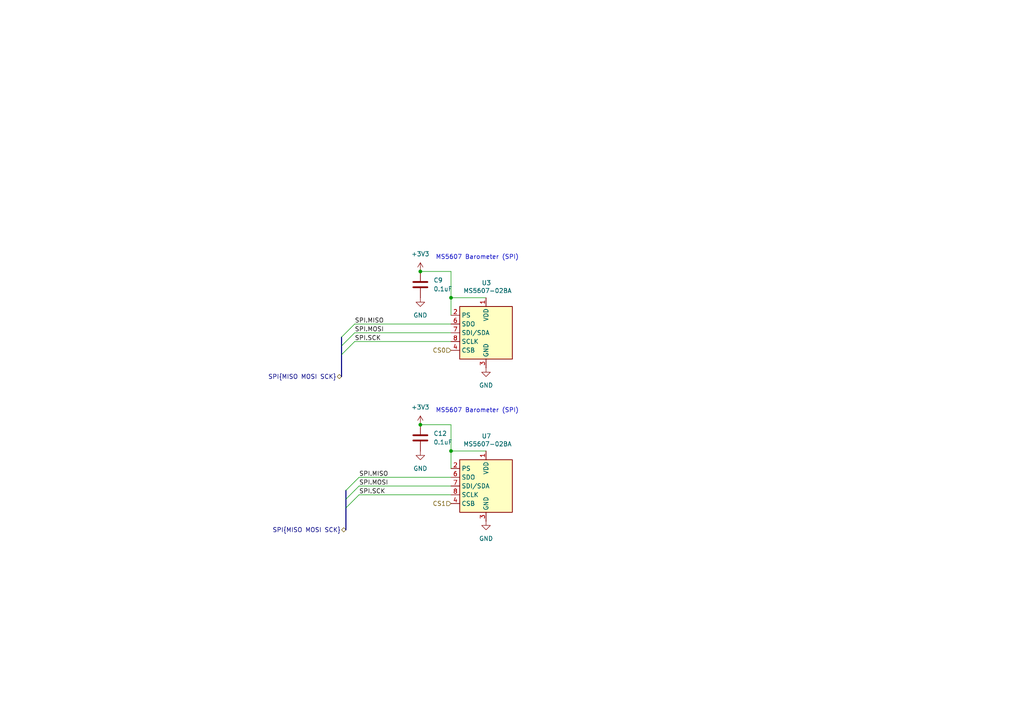
<source format=kicad_sch>
(kicad_sch (version 20250114) (generator "eeschema") (generator_version "9.0")
  (paper "A4")
  (lib_symbols
    (symbol "Device:C" (pin_numbers (hide yes)) (pin_names (offset 0.254))
      (property "Reference" "C" (at 0.635 2.54 0))
      (property "Value" "C" (at 0.635 -2.54 0))
      (symbol "C_0_1"
        (polyline (pts (xy -2.032 0.762) (xy 2.032 0.762)) (stroke (width 0.508)))
        (polyline (pts (xy -2.032 -0.762) (xy 2.032 -0.762)) (stroke (width 0.508)))
      )
      (symbol "C_1_1"
        (pin passive line (at 0 3.81 270) (length 2.794) (name "~") (number "1"))
        (pin passive line (at 0 -3.81 90) (length 2.794) (name "~") (number "2"))
      )
    )
    (symbol "Sensor_Pressure:MS5607-02BA"
      (property "Reference" "U" (at -6.35 8.89 0))
      (property "Value" "MS5607-02BA" (at 7.62 8.89 0))
      (symbol "MS5607-02BA_0_1"
        (rectangle (start -7.62 7.62) (end 7.62 -7.62) (stroke (width 0.254)) (fill (type background)))
      )
      (symbol "MS5607-02BA_1_1"
        (pin input line (at -10.16 5.08 0) (length 2.54) (name "PS") (number "2"))
        (pin output line (at -10.16 2.54 0) (length 2.54) (name "SDO") (number "6"))
        (pin bidirectional line (at -10.16 0 0) (length 2.54) (name "SDI/SDA") (number "7"))
        (pin input line (at -10.16 -2.54 0) (length 2.54) (name "SCLK") (number "8"))
        (pin input line (at -10.16 -5.08 0) (length 2.54) (name "CSB") (number "4"))
        (pin input line (at -10.16 -5.08 0) (length 2.54) (hide yes) (name "CSB") (number "5"))
        (pin power_in line (at 0 10.16 270) (length 2.54) (name "VDD") (number "1"))
        (pin power_in line (at 0 -10.16 90) (length 2.54) (name "GND") (number "3"))
      )
    )
    (symbol "power:+3V3" (power) (pin_numbers (hide yes)) (pin_names (offset 0) (hide yes))
      (property "Value" "+3V3" (at 0 3.556 0))
      (symbol "+3V3_0_1"
        (polyline (pts (xy -0.762 1.27) (xy 0 2.54)))
        (polyline (pts (xy 0 2.54) (xy 0.762 1.27)))
        (polyline (pts (xy 0 0) (xy 0 2.54)))
      )
      (symbol "+3V3_1_1"
        (pin power_in line (at 0 0 90) (length 0) (name "~") (number "1"))
      )
    )
    (symbol "power:GND" (power) (pin_numbers (hide yes)) (pin_names (offset 0) (hide yes))
      (property "Value" "GND" (at 0 -3.81 0))
      (symbol "GND_0_1"
        (polyline (pts (xy 0 0) (xy 0 -1.27) (xy 1.27 -1.27) (xy 0 -2.54) (xy -1.27 -1.27) (xy 0 -1.27)))
      )
      (symbol "GND_1_1"
        (pin power_in line (at 0 0 270) (length 0) (name "~") (number "1"))
      )
    )
  )
  (text "MS5607 Barometer (SPI)" (at 138.43 119.126 0) (effects (font (size 1.27 1.27))))
  (text "MS5607 Barometer (SPI)" (at 138.43 74.676 0) (effects (font (size 1.27 1.27))))
  (junction (at 130.81 86.36))
  (junction (at 121.92 78.74))
  (junction (at 130.81 130.81))
  (junction (at 121.92 123.19))
  (bus_entry (at 99.06 97.79) (size 2.54 -2.54))
  (bus_entry (at 99.06 100.33) (size 2.54 -2.54))
  (bus_entry (at 100.33 144.78) (size 2.54 -2.54))
  (bus_entry (at 100.33 147.32) (size 2.54 -2.54))
  (bus_entry (at 100.33 142.24) (size 2.54 -2.54))
  (bus_entry (at 99.06 102.87) (size 2.54 -2.54))
  (bus (pts (xy 99.06 102.87) (xy 99.06 100.33)))
  (bus (pts (xy 100.33 153.67) (xy 100.33 147.32)))
  (wire (pts (xy 104.14 138.43) (xy 102.87 139.7)))
  (wire (pts (xy 130.81 130.81) (xy 130.81 135.89)))
  (bus (pts (xy 100.33 147.32) (xy 100.33 144.78)))
  (wire (pts (xy 102.87 93.98) (xy 130.81 93.98)))
  (wire (pts (xy 102.87 93.98) (xy 101.6 95.25)))
  (wire (pts (xy 121.92 123.19) (xy 130.81 123.19)))
  (bus (pts (xy 100.33 144.78) (xy 100.33 142.24)))
  (wire (pts (xy 104.14 143.51) (xy 102.87 144.78)))
  (bus (pts (xy 99.06 100.33) (xy 99.06 97.79)))
  (wire (pts (xy 104.14 138.43) (xy 130.81 138.43)))
  (wire (pts (xy 102.87 99.06) (xy 130.81 99.06)))
  (wire (pts (xy 130.81 130.81) (xy 140.97 130.81)))
  (wire (pts (xy 130.81 86.36) (xy 130.81 91.44)))
  (wire (pts (xy 102.87 96.52) (xy 101.6 97.79)))
  (wire (pts (xy 130.81 78.74) (xy 130.81 86.36)))
  (wire (pts (xy 130.81 86.36) (xy 140.97 86.36)))
  (wire (pts (xy 104.14 140.97) (xy 130.81 140.97)))
  (bus (pts (xy 99.06 109.22) (xy 99.06 102.87)))
  (wire (pts (xy 104.14 140.97) (xy 102.87 142.24)))
  (wire (pts (xy 130.81 123.19) (xy 130.81 130.81)))
  (wire (pts (xy 102.87 96.52) (xy 130.81 96.52)))
  (wire (pts (xy 102.87 99.06) (xy 101.6 100.33)))
  (wire (pts (xy 104.14 143.51) (xy 130.81 143.51)))
  (wire (pts (xy 121.92 78.74) (xy 130.81 78.74)))
  (label "SPI.SCK" (at 104.14 143.51 0))
  (label "SPI.MISO" (at 102.87 93.98 0))
  (label "SPI.MOSI" (at 102.87 96.52 0))
  (label "SPI.MOSI" (at 104.14 140.97 0))
  (label "SPI.SCK" (at 102.87 99.06 0))
  (label "SPI.MISO" (at 104.14 138.43 0))
  (hierarchical_label "CS0" (shape input) (at 130.81 101.6 180))
  (hierarchical_label "SPI{MISO MOSI SCK}" (shape bidirectional) (at 99.06 109.22 180))
  (hierarchical_label "CS1" (shape input) (at 130.81 146.05 180))
  (hierarchical_label "SPI{MISO MOSI SCK}" (shape bidirectional) (at 100.33 153.67 180))
  (symbol (lib_id "power:GND") (at 140.97 151.13 0) (unit 1)
    (property "Reference" "#PWR029" (effects (hide yes)))
    (property "Value" "GND" (at 140.97 156.21 0))
    (property "Description" "Power symbol creates a global label with name \"GND\" , ground" (effects (hide yes)))
  )
  (symbol (lib_id "power:+3V3") (at 121.92 123.19 0) (unit 1)
    (property "Reference" "#PWR026" (effects (hide yes)))
    (property "Value" "+3V3" (at 121.92 118.11 0))
    (property "Description" "Power symbol creates a global label with name \"+3V3\"" (effects (hide yes)))
  )
  (symbol (lib_id "Device:C") (at 121.92 127 0) (unit 1)
    (property "Reference" "C12" (at 125.73 125.7299 0) (effects (justify left)))
    (property "Value" "0.1uF" (at 125.73 128.2699 0) (effects (justify left)))
    (property "Footprint" "Capacitor_SMD:C_0603_1608Metric" (effects (hide yes)))
    (property "Description" "Unpolarized capacitor" (effects (hide yes)))
  )
  (symbol (lib_id "power:GND") (at 140.97 106.68 0) (unit 1)
    (property "Reference" "#PWR028" (effects (hide yes)))
    (property "Value" "GND" (at 140.97 111.76 0))
    (property "Description" "Power symbol creates a global label with name \"GND\" , ground" (effects (hide yes)))
    (instances (project "Test Rocket Board" (path "" (reference "#PWR024") (unit 1)) (path "" (reference "#PWR027") (unit 1))) (project "Test Rocket Board" (path "" (reference "#PWR028") (unit 1))))
  )
  (symbol (lib_id "power:GND") (at 121.92 130.81 0) (unit 1)
    (property "Reference" "#PWR027" (effects (hide yes)))
    (property "Value" "GND" (at 121.92 135.89 0))
    (property "Description" "Power symbol creates a global label with name \"GND\" , ground" (effects (hide yes)))
  )
  (symbol (lib_id "power:+3V3") (at 121.92 78.74 0) (unit 1)
    (property "Reference" "#PWR024" (effects (hide yes)))
    (property "Value" "+3V3" (at 121.92 73.66 0))
    (property "Description" "Power symbol creates a global label with name \"+3V3\"" (effects (hide yes)))
    (instances (project "Test Rocket Board" (path "" (reference "#PWR022") (unit 1)) (path "" (reference "#PWR025") (unit 1))) (project "Test Rocket Board" (path "" (reference "#PWR024") (unit 1))))
  )
  (symbol (lib_id "Sensor_Pressure:MS5607-02BA") (at 140.97 140.97 0) (unit 1)
    (property "Reference" "U7" (at 139.7 126.492 0) (effects (justify left)))
    (property "Value" "MS5607-02BA" (at 134.366 128.778 0) (effects (justify left)))
    (property "Footprint" "Package_LGA:LGA-8_3x5mm_P1.25mm" (effects (hide yes)))
    (property "Datasheet" "https://www.te.com/commerce/DocumentDelivery/DDEController?Action=showdoc&DocId=Data+Sheet%7FMS5607-02BA03%7FB2%7Fpdf%7FEnglish%7FENG_DS_MS5607-02BA03_B2.pdf%7FCAT-BLPS0035" (effects (hide yes)))
    (property "Description" "Barometric pressure sensor, 20cm resolution, 10 to 1200 mbar, I2C and SPI interface up to 20MHz, LGA-8" (effects (hide yes)))
  )
  (symbol (lib_id "Device:C") (at 121.92 82.55 0) (unit 1)
    (property "Reference" "C11" (at 125.73 81.2799 0) (effects (justify left)))
    (property "Value" "0.1uF" (at 125.73 83.8199 0) (effects (justify left)))
    (property "Footprint" "Capacitor_SMD:C_0603_1608Metric" (effects (hide yes)))
    (property "Description" "Unpolarized capacitor" (effects (hide yes)))
    (instances (project "Test Rocket Board" (path "" (reference "C9") (unit 1)) (path "" (reference "C10") (unit 1))) (project "Test Rocket Board" (path "" (reference "C11") (unit 1))))
  )
  (symbol (lib_id "Sensor_Pressure:MS5607-02BA") (at 140.97 96.52 0) (unit 1)
    (property "Reference" "U6" (at 139.7 82.042 0) (effects (justify left)))
    (property "Value" "MS5607-02BA" (at 134.366 84.328 0) (effects (justify left)))
    (property "Footprint" "Package_LGA:LGA-8_3x5mm_P1.25mm" (effects (hide yes)))
    (property "Datasheet" "https://www.te.com/commerce/DocumentDelivery/DDEController?Action=showdoc&DocId=Data+Sheet%7FMS5607-02BA03%7FB2%7Fpdf%7FEnglish%7FENG_DS_MS5607-02BA03_B2.pdf%7FCAT-BLPS0035" (effects (hide yes)))
    (property "Description" "Barometric pressure sensor, 20cm resolution, 10 to 1200 mbar, I2C and SPI interface up to 20MHz, LGA-8" (effects (hide yes)))
    (instances (project "Test Rocket Board" (path "" (reference "U3") (unit 1)) (path "" (reference "U4") (unit 1))) (project "Test Rocket Board" (path "" (reference "U6") (unit 1))))
  )
  (symbol (lib_id "power:GND") (at 121.92 86.36 0) (unit 1)
    (property "Reference" "#PWR025" (effects (hide yes)))
    (property "Value" "GND" (at 121.92 91.44 0))
    (property "Description" "Power symbol creates a global label with name \"GND\" , ground" (effects (hide yes)))
    (instances (project "Test Rocket Board" (path "" (reference "#PWR023") (unit 1)) (path "" (reference "#PWR026") (unit 1))) (project "Test Rocket Board" (path "" (reference "#PWR025") (unit 1))))
  )
)
</source>
